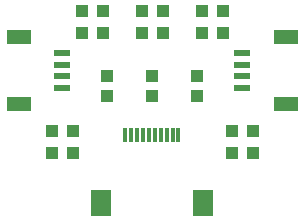
<source format=gtp>
G75*
%MOIN*%
%OFA0B0*%
%FSLAX25Y25*%
%IPPOS*%
%LPD*%
%AMOC8*
5,1,8,0,0,1.08239X$1,22.5*
%
%ADD10R,0.04331X0.03937*%
%ADD11R,0.03937X0.04331*%
%ADD12R,0.07874X0.04724*%
%ADD13R,0.05315X0.02362*%
%ADD14R,0.01181X0.05118*%
%ADD15R,0.07087X0.08661*%
D10*
X0169987Y0067500D03*
X0176680Y0067500D03*
X0176680Y0075000D03*
X0169987Y0075000D03*
X0229987Y0075000D03*
X0236680Y0075000D03*
X0236680Y0067500D03*
X0229987Y0067500D03*
X0226680Y0107500D03*
X0219987Y0107500D03*
X0206680Y0107500D03*
X0199987Y0107500D03*
X0186680Y0107500D03*
X0179987Y0107500D03*
X0179987Y0115000D03*
X0186680Y0115000D03*
X0199987Y0115000D03*
X0206680Y0115000D03*
X0219987Y0115000D03*
X0226680Y0115000D03*
D11*
X0218333Y0093346D03*
X0203333Y0093346D03*
X0188333Y0093346D03*
X0188333Y0086654D03*
X0203333Y0086654D03*
X0218333Y0086654D03*
D12*
X0247802Y0083976D03*
X0247802Y0106024D03*
X0158865Y0106024D03*
X0158865Y0083976D03*
D13*
X0173333Y0089094D03*
X0173333Y0093031D03*
X0173333Y0096969D03*
X0173333Y0100906D03*
X0233333Y0100906D03*
X0233333Y0096969D03*
X0233333Y0093031D03*
X0233333Y0089094D03*
D14*
X0211995Y0073386D03*
X0210026Y0073386D03*
X0208058Y0073386D03*
X0206089Y0073386D03*
X0204121Y0073386D03*
X0202152Y0073386D03*
X0200184Y0073386D03*
X0198215Y0073386D03*
X0196247Y0073386D03*
X0194278Y0073386D03*
D15*
X0186010Y0050945D03*
X0220262Y0050945D03*
M02*

</source>
